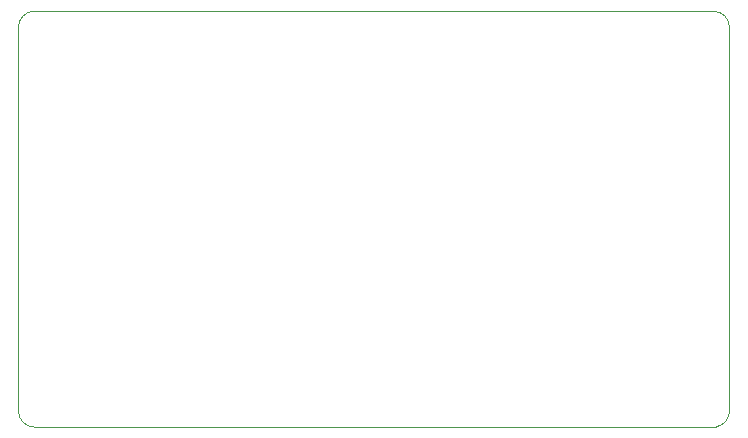
<source format=gko>
G04 Layer_Color=16720538*
%FSLAX24Y24*%
%MOIN*%
G70*
G01*
G75*
%ADD70C,0.0039*%
D70*
X3897Y4428D02*
G03*
X4428Y3897I532J1D01*
G01*
D02*
G03*
X4429Y3897I1J40D01*
G01*
X27165D02*
G03*
X27197Y3914I0J40D01*
G01*
D02*
G03*
X27599Y4429I-130J515D01*
G01*
Y17224D02*
G03*
X27067Y17756I-532J0D01*
G01*
X4430Y17756D02*
G03*
X4429Y17756I-1J-40D01*
G01*
D02*
G03*
X3897Y17225I0J-532D01*
G01*
D02*
G03*
X3897Y17224I40J-1D01*
G01*
X3897Y4429D02*
G03*
X3897Y4428I532J0D01*
G01*
X4429Y3897D02*
X27165D01*
X27599Y4429D02*
Y17224D01*
X4430Y17756D02*
X27067Y17756D01*
X3897Y4429D02*
Y17224D01*
Y4429D02*
X3897Y4429D01*
M02*

</source>
